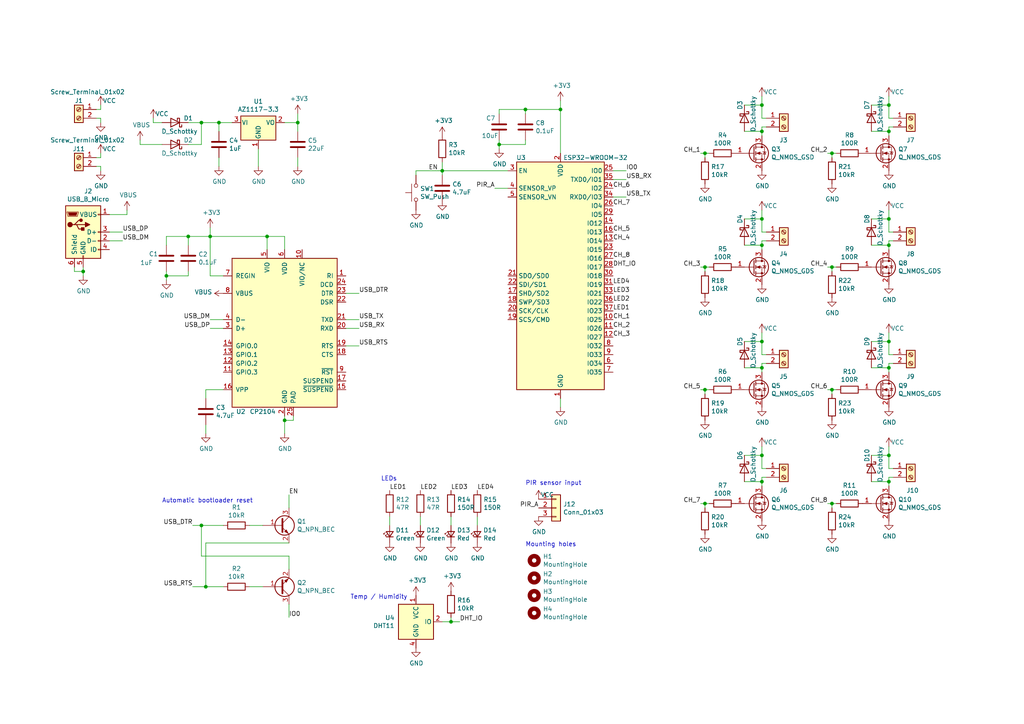
<source format=kicad_sch>
(kicad_sch (version 20230121) (generator eeschema)
  (paper "A4")
  (junction (at 241.3 113.03))
  (junction (at 63.5 35.56))
  (junction (at 54.61 68.58))
  (junction (at 204.47 146.05))
  (junction (at 220.98 38.1))
  (junction (at 220.98 63.5))
  (junction (at 144.78 41.91))
  (junction (at 162.56 31.75))
  (junction (at 128.27 49.53))
  (junction (at 257.81 38.1))
  (junction (at 257.81 139.7))
  (junction (at 48.26 80.01))
  (junction (at 77.47 68.58))
  (junction (at 86.36 35.56))
  (junction (at 58.42 35.56))
  (junction (at 82.55 121.92))
  (junction (at 130.81 180.34))
  (junction (at 204.47 44.45))
  (junction (at 24.13 78.74))
  (junction (at 257.81 30.48))
  (junction (at 220.98 139.7))
  (junction (at 152.4 31.75))
  (junction (at 241.3 44.45))
  (junction (at 257.81 71.12))
  (junction (at 59.69 170.18))
  (junction (at 257.81 132.08))
  (junction (at 220.98 132.08))
  (junction (at 257.81 106.68))
  (junction (at 204.47 77.47))
  (junction (at 220.98 30.48))
  (junction (at 241.3 146.05))
  (junction (at 58.42 152.4))
  (junction (at 220.98 71.12))
  (junction (at 60.96 68.58))
  (junction (at 257.81 99.06))
  (junction (at 204.47 113.03))
  (junction (at 220.98 99.06))
  (junction (at 220.98 106.68))
  (junction (at 241.3 77.47))
  (junction (at 257.81 63.5))
  (wire (pts (xy 181.61 57.15) (xy 177.8 57.15)))
  (wire (pts (xy 220.98 106.68) (xy 220.98 107.95)))
  (wire (pts (xy 72.39 170.18) (xy 76.2 170.18)))
  (wire (pts (xy 257.81 132.08) (xy 257.81 135.89)))
  (wire (pts (xy 24.13 77.47) (xy 24.13 78.74)))
  (wire (pts (xy 215.9 30.48) (xy 220.98 30.48)))
  (wire (pts (xy 128.27 46.99) (xy 128.27 49.53)))
  (wire (pts (xy 48.26 68.58) (xy 54.61 68.58)))
  (wire (pts (xy 257.81 67.31) (xy 259.08 67.31)))
  (wire (pts (xy 138.43 149.86) (xy 138.43 152.4)))
  (wire (pts (xy 259.08 69.85) (xy 257.81 69.85)))
  (wire (pts (xy 241.3 77.47) (xy 242.57 77.47)))
  (wire (pts (xy 257.81 102.87) (xy 259.08 102.87)))
  (wire (pts (xy 44.45 35.56) (xy 46.99 35.56)))
  (wire (pts (xy 83.82 179.07) (xy 83.82 175.26)))
  (wire (pts (xy 128.27 50.8) (xy 128.27 49.53)))
  (wire (pts (xy 215.9 106.68) (xy 220.98 106.68)))
  (wire (pts (xy 24.13 78.74) (xy 21.59 78.74)))
  (wire (pts (xy 241.3 113.03) (xy 242.57 113.03)))
  (wire (pts (xy 48.26 71.12) (xy 48.26 68.58)))
  (wire (pts (xy 220.98 63.5) (xy 220.98 60.96)))
  (wire (pts (xy 59.69 115.57) (xy 59.69 113.03)))
  (wire (pts (xy 252.73 71.12) (xy 257.81 71.12)))
  (wire (pts (xy 133.35 180.34) (xy 130.81 180.34)))
  (wire (pts (xy 77.47 68.58) (xy 77.47 72.39)))
  (wire (pts (xy 72.39 152.4) (xy 76.2 152.4)))
  (wire (pts (xy 220.98 102.87) (xy 222.25 102.87)))
  (wire (pts (xy 128.27 49.53) (xy 147.32 49.53)))
  (wire (pts (xy 257.81 63.5) (xy 257.81 60.96)))
  (wire (pts (xy 60.96 92.71) (xy 64.77 92.71)))
  (wire (pts (xy 203.2 146.05) (xy 204.47 146.05)))
  (wire (pts (xy 215.9 139.7) (xy 220.98 139.7)))
  (wire (pts (xy 220.98 30.48) (xy 220.98 34.29)))
  (wire (pts (xy 29.21 45.72) (xy 29.21 44.45)))
  (wire (pts (xy 82.55 121.92) (xy 85.09 121.92)))
  (wire (pts (xy 203.2 44.45) (xy 204.47 44.45)))
  (wire (pts (xy 181.61 49.53) (xy 177.8 49.53)))
  (wire (pts (xy 77.47 68.58) (xy 82.55 68.58)))
  (wire (pts (xy 204.47 77.47) (xy 205.74 77.47)))
  (wire (pts (xy 203.2 77.47) (xy 204.47 77.47)))
  (wire (pts (xy 252.73 132.08) (xy 257.81 132.08)))
  (wire (pts (xy 83.82 143.51) (xy 83.82 147.32)))
  (wire (pts (xy 220.98 36.83) (xy 220.98 38.1)))
  (wire (pts (xy 220.98 99.06) (xy 220.98 102.87)))
  (wire (pts (xy 220.98 105.41) (xy 220.98 106.68)))
  (wire (pts (xy 59.69 113.03) (xy 64.77 113.03)))
  (wire (pts (xy 60.96 80.01) (xy 60.96 68.58)))
  (wire (pts (xy 220.98 139.7) (xy 220.98 140.97)))
  (wire (pts (xy 54.61 68.58) (xy 60.96 68.58)))
  (wire (pts (xy 130.81 149.86) (xy 130.81 152.4)))
  (wire (pts (xy 257.81 99.06) (xy 257.81 102.87)))
  (wire (pts (xy 83.82 157.48) (xy 59.69 157.48)))
  (wire (pts (xy 29.21 31.75) (xy 27.94 31.75)))
  (wire (pts (xy 35.56 69.85) (xy 31.75 69.85)))
  (wire (pts (xy 241.3 77.47) (xy 241.3 78.74)))
  (wire (pts (xy 74.93 48.26) (xy 74.93 43.18)))
  (wire (pts (xy 257.81 69.85) (xy 257.81 71.12)))
  (wire (pts (xy 257.81 135.89) (xy 259.08 135.89)))
  (wire (pts (xy 48.26 80.01) (xy 54.61 80.01)))
  (wire (pts (xy 257.81 34.29) (xy 259.08 34.29)))
  (wire (pts (xy 63.5 48.26) (xy 63.5 45.72)))
  (wire (pts (xy 257.81 38.1) (xy 257.81 39.37)))
  (wire (pts (xy 252.73 38.1) (xy 257.81 38.1)))
  (wire (pts (xy 257.81 30.48) (xy 257.81 27.94)))
  (wire (pts (xy 86.36 35.56) (xy 82.55 35.56)))
  (wire (pts (xy 240.03 44.45) (xy 241.3 44.45)))
  (wire (pts (xy 220.98 132.08) (xy 220.98 129.54)))
  (wire (pts (xy 220.98 63.5) (xy 220.98 67.31)))
  (wire (pts (xy 58.42 152.4) (xy 64.77 152.4)))
  (wire (pts (xy 144.78 43.18) (xy 144.78 41.91)))
  (wire (pts (xy 82.55 125.73) (xy 82.55 121.92)))
  (wire (pts (xy 55.88 170.18) (xy 59.69 170.18)))
  (wire (pts (xy 31.75 62.23) (xy 36.83 62.23)))
  (wire (pts (xy 222.25 69.85) (xy 220.98 69.85)))
  (wire (pts (xy 204.47 44.45) (xy 205.74 44.45)))
  (wire (pts (xy 220.98 69.85) (xy 220.98 71.12)))
  (wire (pts (xy 60.96 95.25) (xy 64.77 95.25)))
  (wire (pts (xy 222.25 105.41) (xy 220.98 105.41)))
  (wire (pts (xy 259.08 36.83) (xy 257.81 36.83)))
  (wire (pts (xy 215.9 99.06) (xy 220.98 99.06)))
  (wire (pts (xy 54.61 35.56) (xy 58.42 35.56)))
  (wire (pts (xy 252.73 139.7) (xy 257.81 139.7)))
  (wire (pts (xy 240.03 113.03) (xy 241.3 113.03)))
  (wire (pts (xy 252.73 63.5) (xy 257.81 63.5)))
  (wire (pts (xy 152.4 41.91) (xy 152.4 40.64)))
  (wire (pts (xy 86.36 48.26) (xy 86.36 45.72)))
  (wire (pts (xy 144.78 31.75) (xy 152.4 31.75)))
  (wire (pts (xy 85.09 121.92) (xy 85.09 120.65)))
  (wire (pts (xy 220.98 34.29) (xy 222.25 34.29)))
  (wire (pts (xy 82.55 121.92) (xy 82.55 120.65)))
  (wire (pts (xy 241.3 44.45) (xy 242.57 44.45)))
  (wire (pts (xy 162.56 118.11) (xy 162.56 115.57)))
  (wire (pts (xy 24.13 80.01) (xy 24.13 78.74)))
  (wire (pts (xy 204.47 146.05) (xy 204.47 147.32)))
  (wire (pts (xy 55.88 152.4) (xy 58.42 152.4)))
  (wire (pts (xy 58.42 35.56) (xy 63.5 35.56)))
  (wire (pts (xy 82.55 68.58) (xy 82.55 72.39)))
  (wire (pts (xy 220.98 138.43) (xy 220.98 139.7)))
  (wire (pts (xy 130.81 180.34) (xy 130.81 179.07)))
  (wire (pts (xy 59.69 170.18) (xy 64.77 170.18)))
  (wire (pts (xy 257.81 99.06) (xy 257.81 96.52)))
  (wire (pts (xy 259.08 105.41) (xy 257.81 105.41)))
  (wire (pts (xy 220.98 67.31) (xy 222.25 67.31)))
  (wire (pts (xy 204.47 113.03) (xy 205.74 113.03)))
  (wire (pts (xy 257.81 106.68) (xy 257.81 107.95)))
  (wire (pts (xy 58.42 41.91) (xy 54.61 41.91)))
  (wire (pts (xy 222.25 138.43) (xy 220.98 138.43)))
  (wire (pts (xy 252.73 106.68) (xy 257.81 106.68)))
  (wire (pts (xy 241.3 146.05) (xy 242.57 146.05)))
  (wire (pts (xy 181.61 52.07) (xy 177.8 52.07)))
  (wire (pts (xy 48.26 78.74) (xy 48.26 80.01)))
  (wire (pts (xy 31.75 67.31) (xy 35.56 67.31)))
  (wire (pts (xy 29.21 30.48) (xy 29.21 31.75)))
  (wire (pts (xy 215.9 132.08) (xy 220.98 132.08)))
  (wire (pts (xy 104.14 100.33) (xy 100.33 100.33)))
  (wire (pts (xy 143.51 54.61) (xy 147.32 54.61)))
  (wire (pts (xy 257.81 63.5) (xy 257.81 67.31)))
  (wire (pts (xy 63.5 35.56) (xy 67.31 35.56)))
  (wire (pts (xy 83.82 161.29) (xy 58.42 161.29)))
  (wire (pts (xy 252.73 99.06) (xy 257.81 99.06)))
  (wire (pts (xy 252.73 30.48) (xy 257.81 30.48)))
  (wire (pts (xy 215.9 63.5) (xy 220.98 63.5)))
  (wire (pts (xy 128.27 180.34) (xy 130.81 180.34)))
  (wire (pts (xy 204.47 44.45) (xy 204.47 45.72)))
  (wire (pts (xy 203.2 113.03) (xy 204.47 113.03)))
  (wire (pts (xy 36.83 60.96) (xy 36.83 62.23)))
  (wire (pts (xy 54.61 80.01) (xy 54.61 78.74)))
  (wire (pts (xy 204.47 113.03) (xy 204.47 114.3)))
  (wire (pts (xy 86.36 33.02) (xy 86.36 35.56)))
  (wire (pts (xy 257.81 105.41) (xy 257.81 106.68)))
  (wire (pts (xy 220.98 38.1) (xy 220.98 39.37)))
  (wire (pts (xy 240.03 146.05) (xy 241.3 146.05)))
  (wire (pts (xy 58.42 35.56) (xy 58.42 41.91)))
  (wire (pts (xy 215.9 71.12) (xy 220.98 71.12)))
  (wire (pts (xy 44.45 34.29) (xy 44.45 35.56)))
  (wire (pts (xy 144.78 41.91) (xy 152.4 41.91)))
  (wire (pts (xy 241.3 146.05) (xy 241.3 147.32)))
  (wire (pts (xy 104.14 85.09) (xy 100.33 85.09)))
  (wire (pts (xy 121.92 149.86) (xy 121.92 152.4)))
  (wire (pts (xy 220.98 99.06) (xy 220.98 96.52)))
  (wire (pts (xy 60.96 66.04) (xy 60.96 68.58)))
  (wire (pts (xy 27.94 45.72) (xy 29.21 45.72)))
  (wire (pts (xy 241.3 44.45) (xy 241.3 45.72)))
  (wire (pts (xy 83.82 165.1) (xy 83.82 161.29)))
  (wire (pts (xy 257.81 132.08) (xy 257.81 129.54)))
  (wire (pts (xy 204.47 146.05) (xy 205.74 146.05)))
  (wire (pts (xy 257.81 71.12) (xy 257.81 72.39)))
  (wire (pts (xy 257.81 139.7) (xy 257.81 140.97)))
  (wire (pts (xy 257.81 36.83) (xy 257.81 38.1)))
  (wire (pts (xy 104.14 95.25) (xy 100.33 95.25)))
  (wire (pts (xy 60.96 68.58) (xy 77.47 68.58)))
  (wire (pts (xy 162.56 31.75) (xy 152.4 31.75)))
  (wire (pts (xy 40.64 41.91) (xy 46.99 41.91)))
  (wire (pts (xy 120.65 49.53) (xy 120.65 50.8)))
  (wire (pts (xy 220.98 30.48) (xy 220.98 27.94)))
  (wire (pts (xy 58.42 161.29) (xy 58.42 152.4)))
  (wire (pts (xy 59.69 125.73) (xy 59.69 123.19)))
  (wire (pts (xy 60.96 80.01) (xy 64.77 80.01)))
  (wire (pts (xy 29.21 48.26) (xy 29.21 49.53)))
  (wire (pts (xy 27.94 34.29) (xy 29.21 34.29)))
  (wire (pts (xy 220.98 132.08) (xy 220.98 135.89)))
  (wire (pts (xy 144.78 41.91) (xy 144.78 40.64)))
  (wire (pts (xy 21.59 78.74) (xy 21.59 77.47)))
  (wire (pts (xy 241.3 113.03) (xy 241.3 114.3)))
  (wire (pts (xy 240.03 77.47) (xy 241.3 77.47)))
  (wire (pts (xy 29.21 34.29) (xy 29.21 35.56)))
  (wire (pts (xy 222.25 36.83) (xy 220.98 36.83)))
  (wire (pts (xy 59.69 157.48) (xy 59.69 170.18)))
  (wire (pts (xy 257.81 30.48) (xy 257.81 34.29)))
  (wire (pts (xy 144.78 33.02) (xy 144.78 31.75)))
  (wire (pts (xy 259.08 138.43) (xy 257.81 138.43)))
  (wire (pts (xy 86.36 38.1) (xy 86.36 35.56)))
  (wire (pts (xy 152.4 31.75) (xy 152.4 33.02)))
  (wire (pts (xy 48.26 80.01) (xy 48.26 81.28)))
  (wire (pts (xy 40.64 40.64) (xy 40.64 41.91)))
  (wire (pts (xy 257.81 138.43) (xy 257.81 139.7)))
  (wire (pts (xy 63.5 35.56) (xy 63.5 38.1)))
  (wire (pts (xy 120.65 49.53) (xy 128.27 49.53)))
  (wire (pts (xy 27.94 48.26) (xy 29.21 48.26)))
  (wire (pts (xy 162.56 29.21) (xy 162.56 31.75)))
  (wire (pts (xy 100.33 92.71) (xy 104.14 92.71)))
  (wire (pts (xy 162.56 31.75) (xy 162.56 44.45)))
  (wire (pts (xy 204.47 77.47) (xy 204.47 78.74)))
  (wire (pts (xy 113.03 149.86) (xy 113.03 152.4)))
  (wire (pts (xy 220.98 135.89) (xy 222.25 135.89)))
  (wire (pts (xy 220.98 71.12) (xy 220.98 72.39)))
  (wire (pts (xy 54.61 71.12) (xy 54.61 68.58)))
  (wire (pts (xy 215.9 38.1) (xy 220.98 38.1)))
  (text "PIR sensor input" (at 152.4 140.97 0) (effects (font (size 1.27 1.27)) (justify left bottom)))
  (text "Automatic bootloader reset" (at 46.99 146.05 0) (effects (font (size 1.27 1.27)) (justify left bottom)))
  (text "Mounting holes" (at 152.4 158.75 0) (effects (font (size 1.27 1.27)) (justify left bottom)))
  (text "Temp / Humidity" (at 101.6 173.99 0) (effects (font (size 1.27 1.27)) (justify left bottom)))
  (text "LEDs" (at 110.49 139.7 0) (effects (font (size 1.27 1.27)) (justify left bottom)))
  (label "CH_3" (at 177.8 97.79 0))
  (label "USB_TX" (at 104.14 92.71 0))
  (label "LED3" (at 177.8 85.09 0))
  (label "EN" (at 83.82 143.51 0))
  (label "DHT_IO" (at 133.35 180.34 0))
  (label "CH_7" (at 203.2 146.05 180))
  (label "USB_TX" (at 181.61 57.15 0))
  (label "CH_8" (at 177.8 74.93 0))
  (label "USB_RX" (at 104.14 95.25 0))
  (label "CH_2" (at 177.8 95.25 0))
  (label "CH_6" (at 240.03 113.03 180))
  (label "DHT_IO" (at 177.8 77.47 0))
  (label "IO0" (at 181.61 49.53 0))
  (label "PIR_A" (at 156.21 147.32 180))
  (label "USB_DTR" (at 104.14 85.09 0))
  (label "LED4" (at 138.43 142.24 0))
  (label "USB_DP" (at 60.96 95.25 180))
  (label "CH_4" (at 240.03 77.47 180))
  (label "LED1" (at 113.03 142.24 0))
  (label "LED3" (at 130.81 142.24 0))
  (label "EN" (at 127 49.53 180))
  (label "CH_7" (at 177.8 59.69 0))
  (label "CH_2" (at 240.03 44.45 180))
  (label "PIR_A" (at 143.51 54.61 180))
  (label "USB_DM" (at 60.96 92.71 180))
  (label "LED1" (at 177.8 90.17 0))
  (label "CH_5" (at 177.8 67.31 0))
  (label "IO0" (at 83.82 179.07 0))
  (label "USB_DP" (at 35.56 67.31 0))
  (label "USB_DM" (at 35.56 69.85 0))
  (label "CH_4" (at 177.8 69.85 0))
  (label "USB_RTS" (at 104.14 100.33 0))
  (label "USB_RTS" (at 55.88 170.18 180))
  (label "CH_3" (at 203.2 77.47 180))
  (label "CH_1" (at 177.8 92.71 0))
  (label "CH_1" (at 203.2 44.45 180))
  (label "CH_6" (at 177.8 54.61 0))
  (label "CH_5" (at 203.2 113.03 180))
  (label "LED2" (at 177.8 87.63 0))
  (label "USB_RX" (at 181.61 52.07 0))
  (label "LED4" (at 177.8 82.55 0))
  (label "LED2" (at 121.92 142.24 0))
  (label "CH_8" (at 240.03 146.05 180))
  (label "USB_DTR" (at 55.88 152.4 180))
  (symbol (lib_id "RF_Module:ESP32-WROOM-32") (at 162.56 80.01 0) (unit 1)
    (property "Reference" "U3" (at 151.13 45.72 0))
    (property "Value" "ESP32-WROOM-32" (at 172.72 45.72 0))
    (property "Footprint" "RF_Module:ESP32-WROOM-32" (effects hide))
    (property "Datasheet" "https://www.espressif.com/sites/default/files/documentation/esp32-wroom-32_datasheet_en.pdf" (effects hide))
  )
  (symbol (lib_id "Device:Q_NMOS_GSD") (at 218.44 44.45 0) (unit 1)
    (property "Reference" "Q3" (at 223.6724 43.2816 0) (effects (justify left)))
    (property "Value" "Q_NMOS_GSD" (at 223.6724 45.593 0) (effects (justify left)))
    (property "Footprint" "Package_TO_SOT_SMD:SOT-23" (effects hide))
    (property "LCSC#" "C20917" (effects hide))
    (property "MFR" "Alpha & Omega Semico" (effects hide))
    (property "MPN" "AO3400A" (effects hide))
  )
  (symbol (lib_id "Regulator_Linear:AZ1117-3.3") (at 74.93 35.56 0) (unit 1)
    (property "Reference" "U1" (at 74.93 29.4132 0))
    (property "Value" "AZ1117-3.3" (at 74.93 31.7246 0))
    (property "Footprint" "Package_TO_SOT_SMD:SOT-223-3_TabPin2" (effects hide))
    (property "Datasheet" "https://www.diodes.com/assets/Datasheets/AZ1117.pdf" (effects hide))
    (property "LCSC#" "C92102" (effects hide))
    (property "MFR" "Diodes Incorporated" (effects hide))
    (property "MPN" "AZ1117CH-3.3TRG1" (effects hide))
  )
  (symbol (lib_id "Device:C") (at 63.5 41.91 0) (unit 1)
    (property "Reference" "C4" (at 66.421 40.7416 0) (effects (justify left)))
    (property "Value" "1uF" (at 66.421 43.053 0) (effects (justify left)))
    (property "Footprint" "Resistor_SMD:R_0603_1608Metric" (effects hide))
    (property "LCSC#" "C15849" (effects hide))
    (property "MFR" "Samsung Electro-Mechanics" (effects hide))
    (property "MPN" "CL10A105KB8NNNC" (effects hide))
  )
  (symbol (lib_id "Device:D_Schottky") (at 50.8 35.56 180) (unit 1)
    (property "Reference" "D1" (at 54.61 34.29 0))
    (property "Value" "D_Schottky" (at 52.07 38.1 0))
    (property "Footprint" "Diode_SMD:D_SOD-123" (effects hide))
    (property "LCSC#" "C8598" (effects hide))
    (property "MFR" "Changjiang Electronics Tech (CJ)" (effects hide))
    (property "MPN" "B5819W SL" (effects hide))
  )
  (symbol (lib_id "power:GND") (at 29.21 35.56 0) (unit 1)
    (property "Reference" "#PWR0101" (effects hide))
    (property "Value" "GND" (at 29.337 39.9542 0))
  )
  (symbol (lib_id "power:GND") (at 63.5 48.26 0) (unit 1)
    (property "Reference" "#PWR0102" (effects hide))
    (property "Value" "GND" (at 63.627 52.6542 0))
  )
  (symbol (lib_id "power:GND") (at 74.93 48.26 0) (unit 1)
    (property "Reference" "#PWR0103" (effects hide))
    (property "Value" "GND" (at 75.057 52.6542 0))
  )
  (symbol (lib_id "Connector:USB_B_Micro") (at 24.13 67.31 0) (unit 1)
    (property "Reference" "J2" (at 25.5778 55.4482 0))
    (property "Value" "USB_B_Micro" (at 25.5778 57.7596 0))
    (property "Footprint" "Connector_USB:USB_Micro-B_Molex-105017-0001" (effects hide))
  )
  (symbol (lib_id "power:VCC") (at 29.21 30.48 0) (unit 1)
    (property "Reference" "#PWR0104" (effects hide))
    (property "Value" "VCC" (at 31.75 29.21 0))
  )
  (symbol (lib_id "Connector:Screw_Terminal_01x02") (at 22.86 31.75 0) (mirror y) (unit 1)
    (property "Reference" "J1" (at 22.86 29.21 0))
    (property "Value" "Screw_Terminal_01x02" (at 25.4 26.67 0))
    (property "Footprint" "TerminalBlock_Phoenix:TerminalBlock_Phoenix_PT-1,5-2-3.5-H_1x02_P3.50mm_Horizontal" (effects hide))
  )
  (symbol (lib_id "Device:D_Schottky") (at 50.8 41.91 180) (unit 1)
    (property "Reference" "D2" (at 54.61 40.64 0))
    (property "Value" "D_Schottky" (at 52.07 44.45 0))
    (property "Footprint" "Diode_SMD:D_SOD-123" (effects hide))
    (property "LCSC#" "C8598" (effects hide))
    (property "MFR" "Changjiang Electronics Tech (CJ)" (effects hide))
    (property "MPN" "B5819W SL" (effects hide))
  )
  (symbol (lib_id "power:VCC") (at 44.45 34.29 0) (unit 1)
    (property "Reference" "#PWR0105" (effects hide))
    (property "Value" "VCC" (at 46.99 33.02 0))
  )
  (symbol (lib_id "power:VBUS") (at 40.64 40.64 0) (unit 1)
    (property "Reference" "#PWR0106" (effects hide))
    (property "Value" "VBUS" (at 41.021 36.2458 0))
  )
  (symbol (lib_id "power:VBUS") (at 36.83 60.96 0) (unit 1)
    (property "Reference" "#PWR0107" (effects hide))
    (property "Value" "VBUS" (at 37.211 56.5658 0))
  )
  (symbol (lib_id "power:GND") (at 24.13 80.01 0) (unit 1)
    (property "Reference" "#PWR0108" (effects hide))
    (property "Value" "GND" (at 24.257 84.4042 0))
  )
  (symbol (lib_id "Interface_USB:CP2104") (at 82.55 95.25 0) (unit 1)
    (property "Reference" "U2" (at 69.85 119.38 0))
    (property "Value" "CP2104" (at 76.2 119.38 0))
    (property "Footprint" "Package_DFN_QFN:QFN-24-1EP_4x4mm_P0.5mm_EP2.6x2.6mm" (effects hide))
    (property "Datasheet" "https://www.silabs.com/documents/public/data-sheets/cp2104.pdf" (effects hide))
    (property "LCSC#" "C47742" (effects hide))
    (property "MFR" "SILICON LABS" (effects hide))
    (property "MPN" "CP2104-F03-GMR" (effects hide))
  )
  (symbol (lib_id "power:+3V3") (at 86.36 33.02 0) (unit 1)
    (property "Reference" "#PWR0109" (effects hide))
    (property "Value" "+3V3" (at 86.741 28.6258 0))
  )
  (symbol (lib_id "Device:C") (at 86.36 41.91 0) (unit 1)
    (property "Reference" "C5" (at 89.281 40.7416 0) (effects (justify left)))
    (property "Value" "22uF" (at 89.281 43.053 0) (effects (justify left)))
    (property "Footprint" "Resistor_SMD:R_0603_1608Metric" (effects hide))
    (property "LCSC#" "C59461" (effects hide))
    (property "MFR" "Samsung Electro-Mechanics" (effects hide))
    (property "MPN" "CL10A226MQ8NRNC" (effects hide))
  )
  (symbol (lib_id "power:GND") (at 86.36 48.26 0) (unit 1)
    (property "Reference" "#PWR0110" (effects hide))
    (property "Value" "GND" (at 86.487 52.6542 0))
  )
  (symbol (lib_id "power:VBUS") (at 64.77 85.09 90) (unit 1)
    (property "Reference" "#PWR0111" (effects hide))
    (property "Value" "VBUS" (at 61.5442 84.709 90) (effects (justify left)))
  )
  (symbol (lib_id "power:+3V3") (at 60.96 66.04 0) (unit 1)
    (property "Reference" "#PWR0112" (effects hide))
    (property "Value" "+3V3" (at 61.341 61.6458 0))
  )
  (symbol (lib_id "Device:C") (at 54.61 74.93 0) (unit 1)
    (property "Reference" "C2" (at 57.531 73.7616 0) (effects (justify left)))
    (property "Value" "0.1uF" (at 57.531 76.073 0) (effects (justify left)))
    (property "Footprint" "Resistor_SMD:R_0402_1005Metric" (effects hide))
    (property "LCSC#" "C1525" (effects hide))
    (property "MFR" "Samsung Electro-Mechanics" (effects hide))
    (property "MPN" "CL05B104KO5NNNC" (effects hide))
  )
  (symbol (lib_id "Device:C") (at 48.26 74.93 0) (unit 1)
    (property "Reference" "C1" (at 43.18 73.66 0) (effects (justify left)))
    (property "Value" "1uF" (at 40.64 76.2 0) (effects (justify left)))
    (property "Footprint" "Resistor_SMD:R_0402_1005Metric" (effects hide))
    (property "LCSC#" "C52923" (effects hide))
    (property "MFR" "Samsung Electro-Mechanics" (effects hide))
    (property "MPN" "CL05A105KA5NQNC" (effects hide))
  )
  (symbol (lib_id "power:GND") (at 48.26 81.28 0) (unit 1)
    (property "Reference" "#PWR0113" (effects hide))
    (property "Value" "GND" (at 48.387 85.6742 0))
  )
  (symbol (lib_id "Device:C") (at 59.69 119.38 0) (unit 1)
    (property "Reference" "C3" (at 62.611 118.2116 0) (effects (justify left)))
    (property "Value" "4.7uF" (at 62.611 120.523 0) (effects (justify left)))
    (property "Footprint" "Resistor_SMD:R_0603_1608Metric" (effects hide))
    (property "LCSC#" "C19666" (effects hide))
    (property "MFR" "Samsung Electro-Mechanics" (effects hide))
    (property "MPN" "CL10A475KO8NNNC" (effects hide))
  )
  (symbol (lib_id "power:GND") (at 59.69 125.73 0) (unit 1)
    (property "Reference" "#PWR0114" (effects hide))
    (property "Value" "GND" (at 59.817 130.1242 0))
  )
  (symbol (lib_id "power:GND") (at 82.55 125.73 0) (unit 1)
    (property "Reference" "#PWR0115" (effects hide))
    (property "Value" "GND" (at 82.677 130.1242 0))
  )
  (symbol (lib_id "Device:Q_NPN_BEC") (at 81.28 152.4 0) (unit 1)
    (property "Reference" "Q1" (at 86.1314 151.2316 0) (effects (justify left)))
    (property "Value" "Q_NPN_BEC" (at 86.1314 153.543 0) (effects (justify left)))
    (property "Footprint" "Package_TO_SOT_SMD:SOT-23" (effects hide))
    (property "LCSC#" "C2150" (effects hide))
    (property "MFR" "Changjiang Electronics Tech (CJ)" (effects hide))
    (property "MPN" "SS8050" (effects hide))
  )
  (symbol (lib_id "Device:Q_NPN_BEC") (at 81.28 170.18 0) (mirror x) (unit 1)
    (property "Reference" "Q2" (at 86.1314 169.0116 0) (effects (justify left)))
    (property "Value" "Q_NPN_BEC" (at 86.1314 171.323 0) (effects (justify left)))
    (property "Footprint" "Package_TO_SOT_SMD:SOT-23" (effects hide))
    (property "LCSC#" "C2150" (effects hide))
    (property "MFR" "Changjiang Electronics Tech (CJ)" (effects hide))
    (property "MPN" "SS8050" (effects hide))
  )
  (symbol (lib_id "Device:R") (at 68.58 152.4 270) (unit 1)
    (property "Reference" "R1" (at 68.58 147.1422 90))
    (property "Value" "10kR" (at 68.58 149.4536 90))
    (property "Footprint" "Resistor_SMD:R_0402_1005Metric" (effects hide))
    (property "LCSC#" "C25744" (effects hide))
    (property "MFR" "UNI-ROYAL(Uniroyal Elec)" (effects hide))
    (property "MPN" "0402WGF1002TCE" (effects hide))
  )
  (symbol (lib_id "Device:R") (at 68.58 170.18 270) (unit 1)
    (property "Reference" "R2" (at 68.58 164.9222 90))
    (property "Value" "10kR" (at 68.58 167.2336 90))
    (property "Footprint" "Resistor_SMD:R_0402_1005Metric" (effects hide))
    (property "LCSC#" "C25744" (effects hide))
    (property "MFR" "UNI-ROYAL(Uniroyal Elec)" (effects hide))
    (property "MPN" "0402WGF1002TCE" (effects hide))
  )
  (symbol (lib_id "power:+3V3") (at 162.56 29.21 0) (unit 1)
    (property "Reference" "#PWR0116" (effects hide))
    (property "Value" "+3V3" (at 162.941 24.8158 0))
  )
  (symbol (lib_id "Device:C") (at 152.4 36.83 0) (unit 1)
    (property "Reference" "C8" (at 155.321 35.6616 0) (effects (justify left)))
    (property "Value" "0.1uF" (at 155.321 37.973 0) (effects (justify left)))
    (property "Footprint" "Resistor_SMD:R_0402_1005Metric" (effects hide))
    (property "LCSC#" "C1525" (effects hide))
    (property "MFR" "Samsung Electro-Mechanics" (effects hide))
    (property "MPN" "CL05B104KO5NNNC" (effects hide))
  )
  (symbol (lib_id "Device:C") (at 144.78 36.83 0) (unit 1)
    (property "Reference" "C7" (at 140.97 34.29 0) (effects (justify left)))
    (property "Value" "10uF" (at 139.7 39.37 0) (effects (justify left)))
    (property "Footprint" "Resistor_SMD:R_0402_1005Metric" (effects hide))
    (property "LCSC#" "C15525" (effects hide))
    (property "MFR" "Samsung Electro-Mechanics" (effects hide))
    (property "MPN" "CL05A106MQ5NUNC" (effects hide))
  )
  (symbol (lib_id "power:GND") (at 144.78 43.18 0) (unit 1)
    (property "Reference" "#PWR0117" (effects hide))
    (property "Value" "GND" (at 144.907 47.5742 0))
  )
  (symbol (lib_id "Device:C") (at 128.27 54.61 0) (unit 1)
    (property "Reference" "C6" (at 131.191 53.4416 0) (effects (justify left)))
    (property "Value" "4.7uF" (at 131.191 55.753 0) (effects (justify left)))
    (property "Footprint" "Resistor_SMD:R_0402_1005Metric" (effects hide))
    (property "LCSC#" "C23733" (effects hide))
    (property "MFR" "Samsung Electro-Mechanics" (effects hide))
    (property "MPN" "CL05A475MP5NRNC" (effects hide))
  )
  (symbol (lib_id "power:GND") (at 128.27 58.42 0) (unit 1)
    (property "Reference" "#PWR0118" (effects hide))
    (property "Value" "GND" (at 128.397 62.8142 0))
  )
  (symbol (lib_id "Device:R") (at 128.27 43.18 180) (unit 1)
    (property "Reference" "R3" (at 130.048 42.0116 0) (effects (justify right)))
    (property "Value" "10kR" (at 130.048 44.323 0) (effects (justify right)))
    (property "Footprint" "Resistor_SMD:R_0402_1005Metric" (effects hide))
    (property "LCSC#" "C25744" (effects hide))
    (property "MFR" "UNI-ROYAL(Uniroyal Elec)" (effects hide))
    (property "MPN" "0402WGF1002TCE" (effects hide))
  )
  (symbol (lib_id "power:+3V3") (at 128.27 39.37 0) (unit 1)
    (property "Reference" "#PWR0119" (effects hide))
    (property "Value" "+3V3" (at 128.651 34.9758 0))
  )
  (symbol (lib_id "Switch:SW_Push") (at 120.65 55.88 90) (unit 1)
    (property "Reference" "SW1" (at 121.8692 54.7116 90) (effects (justify right)))
    (property "Value" "SW_Push" (at 121.8692 57.023 90) (effects (justify right)))
    (property "Footprint" "footprints:TS-1187A" (effects hide))
    (property "LCSC#" "C318888" (effects hide))
    (property "MFR" "XKB Connectivity" (effects hide))
    (property "MPN" "TS-1187A-C-D-B" (effects hide))
  )
  (symbol (lib_id "power:GND") (at 120.65 60.96 0) (unit 1)
    (property "Reference" "#PWR0120" (effects hide))
    (property "Value" "GND" (at 120.777 65.3542 0))
  )
  (symbol (lib_id "power:GND") (at 162.56 118.11 0) (unit 1)
    (property "Reference" "#PWR0121" (effects hide))
    (property "Value" "GND" (at 162.687 122.5042 0))
  )
  (symbol (lib_id "Device:R") (at 209.55 44.45 270) (unit 1)
    (property "Reference" "R4" (at 209.55 39.1922 90))
    (property "Value" "100R" (at 209.55 41.5036 90))
    (property "Footprint" "Resistor_SMD:R_0402_1005Metric" (effects hide))
    (property "LCSC#" "C25076" (effects hide))
    (property "MFR" "UNI-ROYAL(Uniroyal Elec)" (effects hide))
    (property "MPN" "0402WGF1000TCE" (effects hide))
  )
  (symbol (lib_id "power:GND") (at 220.98 49.53 0) (unit 1)
    (property "Reference" "#PWR0122" (effects hide))
    (property "Value" "GND" (at 221.107 53.9242 0))
  )
  (symbol (lib_id "Connector:Screw_Terminal_01x02") (at 227.33 34.29 0) (unit 1)
    (property "Reference" "J3" (at 226.06 40.64 0) (effects (justify left)))
    (property "Value" "Screw_Terminal_01x02" (effects hide))
    (property "Footprint" "TerminalBlock_Phoenix:TerminalBlock_Phoenix_PT-1,5-2-3.5-H_1x02_P3.50mm_Horizontal" (effects hide))
  )
  (symbol (lib_id "power:VCC") (at 220.98 27.94 0) (unit 1)
    (property "Reference" "#PWR0123" (effects hide))
    (property "Value" "VCC" (at 223.52 26.67 0))
  )
  (symbol (lib_id "Device:D_Schottky") (at 215.9 34.29 270) (unit 1)
    (property "Reference" "D3" (at 214.63 30.48 0))
    (property "Value" "D_Schottky" (at 218.44 33.02 0))
    (property "Footprint" "Diode_SMD:D_SOD-123" (effects hide))
    (property "LCSC#" "C8598" (effects hide))
    (property "MFR" "Changjiang Electronics Tech (CJ)" (effects hide))
    (property "MPN" "B5819W SL" (effects hide))
  )
  (symbol (lib_id "Device:Q_NMOS_GSD") (at 255.27 44.45 0) (unit 1)
    (property "Reference" "Q7" (at 260.5024 43.2816 0) (effects (justify left)))
    (property "Value" "Q_NMOS_GDS" (at 260.5024 45.593 0) (effects (justify left)))
    (property "Footprint" "Package_TO_SOT_SMD:SOT-23" (effects hide))
    (property "LCSC#" "C20917" (effects hide))
    (property "MFR" "Alpha & Omega Semico" (effects hide))
    (property "MPN" "AO3400A" (effects hide))
  )
  (symbol (lib_id "Device:R") (at 246.38 44.45 270) (unit 1)
    (property "Reference" "R8" (at 246.38 39.1922 90))
    (property "Value" "100R" (at 246.38 41.5036 90))
    (property "Footprint" "Resistor_SMD:R_0402_1005Metric" (effects hide))
    (property "LCSC#" "C25076" (effects hide))
    (property "MFR" "UNI-ROYAL(Uniroyal Elec)" (effects hide))
    (property "MPN" "0402WGF1000TCE" (effects hide))
  )
  (symbol (lib_id "power:GND") (at 257.81 49.53 0) (unit 1)
    (property "Reference" "#PWR0124" (effects hide))
    (property "Value" "GND" (at 257.937 53.9242 0))
  )
  (symbol (lib_id "Connector:Screw_Terminal_01x02") (at 264.16 34.29 0) (unit 1)
    (property "Reference" "J7" (at 262.89 40.64 0) (effects (justify left)))
    (property "Value" "Screw_Terminal_01x02" (effects hide))
    (property "Footprint" "TerminalBlock_Phoenix:TerminalBlock_Phoenix_PT-1,5-2-3.5-H_1x02_P3.50mm_Horizontal" (effects hide))
  )
  (symbol (lib_id "power:VCC") (at 257.81 27.94 0) (unit 1)
    (property "Reference" "#PWR0125" (effects hide))
    (property "Value" "VCC" (at 260.35 26.67 0))
  )
  (symbol (lib_id "Device:Q_NMOS_GSD") (at 218.44 77.47 0) (unit 1)
    (property "Reference" "Q4" (at 223.6724 76.3016 0) (effects (justify left)))
    (property "Value" "Q_NMOS_GDS" (at 223.6724 78.613 0) (effects (justify left)))
    (property "Footprint" "Package_TO_SOT_SMD:SOT-23" (effects hide))
    (property "LCSC#" "C20917" (effects hide))
    (property "MFR" "Alpha & Omega Semico" (effects hide))
    (property "MPN" "AO3400A" (effects hide))
  )
  (symbol (lib_id "Device:R") (at 209.55 77.47 270) (unit 1)
    (property "Reference" "R5" (at 209.55 72.2122 90))
    (property "Value" "100R" (at 209.55 74.5236 90))
    (property "Footprint" "Resistor_SMD:R_0402_1005Metric" (effects hide))
    (property "LCSC#" "C25076" (effects hide))
    (property "MFR" "UNI-ROYAL(Uniroyal Elec)" (effects hide))
    (property "MPN" "0402WGF1000TCE" (effects hide))
  )
  (symbol (lib_id "power:GND") (at 220.98 82.55 0) (unit 1)
    (property "Reference" "#PWR0126" (effects hide))
    (property "Value" "GND" (at 221.107 86.9442 0))
  )
  (symbol (lib_id "Connector:Screw_Terminal_01x02") (at 227.33 67.31 0) (unit 1)
    (property "Reference" "J4" (at 226.06 73.66 0) (effects (justify left)))
    (property "Value" "Screw_Terminal_01x02" (effects hide))
    (property "Footprint" "TerminalBlock_Phoenix:TerminalBlock_Phoenix_PT-1,5-2-3.5-H_1x02_P3.50mm_Horizontal" (effects hide))
  )
  (symbol (lib_id "power:VCC") (at 220.98 60.96 0) (unit 1)
    (property "Reference" "#PWR0127" (effects hide))
    (property "Value" "VCC" (at 223.52 59.69 0))
  )
  (symbol (lib_id "Device:Q_NMOS_GSD") (at 255.27 77.47 0) (unit 1)
    (property "Reference" "Q8" (at 260.5024 76.3016 0) (effects (justify left)))
    (property "Value" "Q_NMOS_GDS" (at 260.5024 78.613 0) (effects (justify left)))
    (property "Footprint" "Package_TO_SOT_SMD:SOT-23" (effects hide))
    (property "LCSC#" "C20917" (effects hide))
    (property "MFR" "Alpha & Omega Semico" (effects hide))
    (property "MPN" "AO3400A" (effects hide))
  )
  (symbol (lib_id "Device:R") (at 246.38 77.47 270) (unit 1)
    (property "Reference" "R9" (at 246.38 72.2122 90))
    (property "Value" "100R" (at 246.38 74.5236 90))
    (property "Footprint" "Resistor_SMD:R_0402_1005Metric" (effects hide))
    (property "LCSC#" "C25076" (effects hide))
    (property "MFR" "UNI-ROYAL(Uniroyal Elec)" (effects hide))
    (property "MPN" "0402WGF1000TCE" (effects hide))
  )
  (symbol (lib_id "power:GND") (at 257.81 82.55 0) (unit 1)
    (property "Reference" "#PWR0128" (effects hide))
    (property "Value" "GND" (at 257.937 86.9442 0))
  )
  (symbol (lib_id "Connector:Screw_Terminal_01x02") (at 264.16 67.31 0) (unit 1)
    (property "Reference" "J8" (at 262.89 73.66 0) (effects (justify left)))
    (property "Value" "Screw_Terminal_01x02" (effects hide))
    (property "Footprint" "TerminalBlock_Phoenix:TerminalBlock_Phoenix_PT-1,5-2-3.5-H_1x02_P3.50mm_Horizontal" (effects hide))
  )
  (symbol (lib_id "power:VCC") (at 257.81 60.96 0) (unit 1)
    (property "Reference" "#PWR0129" (effects hide))
    (property "Value" "VCC" (at 260.35 59.69 0))
  )
  (symbol (lib_id "Device:Q_NMOS_GSD") (at 218.44 113.03 0) (unit 1)
    (property "Reference" "Q5" (at 223.6724 111.8616 0) (effects (justify left)))
    (property "Value" "Q_NMOS_GDS" (at 223.6724 114.173 0) (effects (justify left)))
    (property "Footprint" "Package_TO_SOT_SMD:SOT-23" (effects hide))
    (property "LCSC#" "C20917" (effects hide))
    (property "MFR" "Alpha & Omega Semico" (effects hide))
    (property "MPN" "AO3400A" (effects hide))
  )
  (symbol (lib_id "Device:R") (at 209.55 113.03 270) (unit 1)
    (property "Reference" "R6" (at 209.55 107.7722 90))
    (property "Value" "100R" (at 209.55 110.0836 90))
    (property "Footprint" "Resistor_SMD:R_0402_1005Metric" (effects hide))
    (property "LCSC#" "C25076" (effects hide))
    (property "MFR" "UNI-ROYAL(Uniroyal Elec)" (effects hide))
    (property "MPN" "0402WGF1000TCE" (effects hide))
  )
  (symbol (lib_id "power:GND") (at 220.98 118.11 0) (unit 1)
    (property "Reference" "#PWR0130" (effects hide))
    (property "Value" "GND" (at 221.107 122.5042 0))
  )
  (symbol (lib_id "Connector:Screw_Terminal_01x02") (at 227.33 102.87 0) (unit 1)
    (property "Reference" "J5" (at 226.06 109.22 0) (effects (justify left)))
    (property "Value" "Screw_Terminal_01x02" (effects hide))
    (property "Footprint" "TerminalBlock_Phoenix:TerminalBlock_Phoenix_PT-1,5-2-3.5-H_1x02_P3.50mm_Horizontal" (effects hide))
  )
  (symbol (lib_id "power:VCC") (at 220.98 96.52 0) (unit 1)
    (property "Reference" "#PWR0131" (effects hide))
    (property "Value" "VCC" (at 223.52 95.25 0))
  )
  (symbol (lib_id "Device:Q_NMOS_GSD") (at 255.27 113.03 0) (unit 1)
    (property "Reference" "Q9" (at 260.5024 111.8616 0) (effects (justify left)))
    (property "Value" "Q_NMOS_GDS" (at 260.5024 114.173 0) (effects (justify left)))
    (property "Footprint" "Package_TO_SOT_SMD:SOT-23" (effects hide))
    (property "LCSC#" "C20917" (effects hide))
    (property "MFR" "Alpha & Omega Semico" (effects hide))
    (property "MPN" "AO3400A" (effects hide))
  )
  (symbol (lib_id "Device:R") (at 246.38 113.03 270) (unit 1)
    (property "Reference" "R10" (at 246.38 107.7722 90))
    (property "Value" "100R" (at 246.38 110.0836 90))
    (property "Footprint" "Resistor_SMD:R_0402_1005Metric" (effects hide))
    (property "LCSC#" "C25076" (effects hide))
    (property "MFR" "UNI-ROYAL(Uniroyal Elec)" (effects hide))
    (property "MPN" "0402WGF1000TCE" (effects hide))
  )
  (symbol (lib_id "power:GND") (at 257.81 118.11 0) (unit 1)
    (property "Reference" "#PWR0132" (effects hide))
    (property "Value" "GND" (at 257.937 122.5042 0))
  )
  (symbol (lib_id "Connector:Screw_Terminal_01x02") (at 264.16 102.87 0) (unit 1)
    (property "Reference" "J9" (at 262.89 109.22 0) (effects (justify left)))
    (property "Value" "Screw_Terminal_01x02" (effects hide))
    (property "Footprint" "TerminalBlock_Phoenix:TerminalBlock_Phoenix_PT-1,5-2-3.5-H_1x02_P3.50mm_Horizontal" (effects hide))
  )
  (symbol (lib_id "power:VCC") (at 257.81 96.52 0) (unit 1)
    (property "Reference" "#PWR0133" (effects hide))
    (property "Value" "VCC" (at 260.35 95.25 0))
  )
  (symbol (lib_id "Device:Q_NMOS_GSD") (at 218.44 146.05 0) (unit 1)
    (property "Reference" "Q6" (at 223.6724 144.8816 0) (effects (justify left)))
    (property "Value" "Q_NMOS_GDS" (at 223.6724 147.193 0) (effects (justify left)))
    (property "Footprint" "Package_TO_SOT_SMD:SOT-23" (effects hide))
    (property "LCSC#" "C20917" (effects hide))
    (property "MFR" "Alpha & Omega Semico" (effects hide))
    (property "MPN" "AO3400A" (effects hide))
  )
  (symbol (lib_id "Device:R") (at 209.55 146.05 270) (unit 1)
    (property "Reference" "R7" (at 209.55 140.7922 90))
    (property "Value" "100R" (at 209.55 143.1036 90))
    (property "Footprint" "Resistor_SMD:R_0402_1005Metric" (effects hide))
    (property "LCSC#" "C25076" (effects hide))
    (property "MFR" "UNI-ROYAL(Uniroyal Elec)" (effects hide))
    (property "MPN" "0402WGF1000TCE" (effects hide))
  )
  (symbol (lib_id "power:GND") (at 220.98 151.13 0) (unit 1)
    (property "Reference" "#PWR0134" (effects hide))
    (property "Value" "GND" (at 221.107 155.5242 0))
  )
  (symbol (lib_id "Connector:Screw_Terminal_01x02") (at 227.33 135.89 0) (unit 1)
    (property "Reference" "J6" (at 226.06 142.24 0) (effects (justify left)))
    (property "Value" "Screw_Terminal_01x02" (effects hide))
    (property "Footprint" "TerminalBlock_Phoenix:TerminalBlock_Phoenix_PT-1,5-2-3.5-H_1x02_P3.50mm_Horizontal" (effects hide))
  )
  (symbol (lib_id "power:VCC") (at 220.98 129.54 0) (unit 1)
    (property "Reference" "#PWR0135" (effects hide))
    (property "Value" "VCC" (at 223.52 128.27 0))
  )
  (symbol (lib_id "Device:Q_NMOS_GSD") (at 255.27 146.05 0) (unit 1)
    (property "Reference" "Q10" (at 260.5024 144.8816 0) (effects (justify left)))
    (property "Value" "Q_NMOS_GDS" (at 260.5024 147.193 0) (effects (justify left)))
    (property "Footprint" "Package_TO_SOT_SMD:SOT-23" (effects hide))
    (property "LCSC#" "C20917" (effects hide))
    (property "MFR" "Alpha & Omega Semico" (effects hide))
    (property "MPN" "AO3400A" (effects hide))
  )
  (symbol (lib_id "Device:R") (at 246.38 146.05 270) (unit 1)
    (property "Reference" "R11" (at 246.38 140.7922 90))
    (property "Value" "100R" (at 246.38 143.1036 90))
    (property "Footprint" "Resistor_SMD:R_0402_1005Metric" (effects hide))
    (property "LCSC#" "C25076" (effects hide))
    (property "MFR" "UNI-ROYAL(Uniroyal Elec)" (effects hide))
    (property "MPN" "0402WGF1000TCE" (effects hide))
  )
  (symbol (lib_id "power:GND") (at 257.81 151.13 0) (unit 1)
    (property "Reference" "#PWR0136" (effects hide))
    (property "Value" "GND" (at 257.937 155.5242 0))
  )
  (symbol (lib_id "Connector:Screw_Terminal_01x02") (at 264.16 135.89 0) (unit 1)
    (property "Reference" "J10" (at 262.89 142.24 0) (effects (justify left)))
    (property "Value" "Screw_Terminal_01x02" (effects hide))
    (property "Footprint" "TerminalBlock_Phoenix:TerminalBlock_Phoenix_PT-1,5-2-3.5-H_1x02_P3.50mm_Horizontal" (effects hide))
  )
  (symbol (lib_id "power:VCC") (at 257.81 129.54 0) (unit 1)
    (property "Reference" "#PWR0137" (effects hide))
    (property "Value" "VCC" (at 260.35 128.27 0))
  )
  (symbol (lib_id "Device:D_Schottky") (at 252.73 34.29 270) (unit 1)
    (property "Reference" "D7" (at 251.46 30.48 0))
    (property "Value" "D_Schottky" (at 255.27 33.02 0))
    (property "Footprint" "Diode_SMD:D_SOD-123" (effects hide))
    (property "LCSC#" "C8598" (effects hide))
    (property "MFR" "Changjiang Electronics Tech (CJ)" (effects hide))
    (property "MPN" "B5819W SL" (effects hide))
  )
  (symbol (lib_id "Device:D_Schottky") (at 215.9 67.31 270) (unit 1)
    (property "Reference" "D4" (at 214.63 63.5 0))
    (property "Value" "D_Schottky" (at 218.44 66.04 0))
    (property "Footprint" "Diode_SMD:D_SOD-123" (effects hide))
    (property "LCSC#" "C8598" (effects hide))
    (property "MFR" "Changjiang Electronics Tech (CJ)" (effects hide))
    (property "MPN" "B5819W SL" (effects hide))
  )
  (symbol (lib_id "Device:D_Schottky") (at 252.73 67.31 270) (unit 1)
    (property "Reference" "D8" (at 251.46 63.5 0))
    (property "Value" "D_Schottky" (at 255.27 66.04 0))
    (property "Footprint" "Diode_SMD:D_SOD-123" (effects hide))
    (property "LCSC#" "C8598" (effects hide))
    (property "MFR" "Changjiang Electronics Tech (CJ)" (effects hide))
    (property "MPN" "B5819W SL" (effects hide))
  )
  (symbol (lib_id "Device:D_Schottky") (at 215.9 102.87 270) (unit 1)
    (property "Reference" "D5" (at 214.63 99.06 0))
    (property "Value" "D_Schottky" (at 218.44 101.6 0))
    (property "Footprint" "Diode_SMD:D_SOD-123" (effects hide))
    (property "LCSC#" "C8598" (effects hide))
    (property "MFR" "Changjiang Electronics Tech (CJ)" (effects hide))
    (property "MPN" "B5819W SL" (effects hide))
  )
  (symbol (lib_id "Device:D_Schottky") (at 252.73 102.87 270) (unit 1)
    (property "Reference" "D9" (at 251.46 99.06 0))
    (property "Value" "D_Schottky" (at 255.27 101.6 0))
    (property "Footprint" "Diode_SMD:D_SOD-123" (effects hide))
    (property "LCSC#" "C8598" (effects hide))
    (property "MFR" "Changjiang Electronics Tech (CJ)" (effects hide))
    (property "MPN" "B5819W SL" (effects hide))
  )
  (symbol (lib_id "Device:D_Schottky") (at 252.73 135.89 270) (unit 1)
    (property "Reference" "D10" (at 251.46 132.08 0))
    (property "Value" "D_Schottky" (at 255.27 134.62 0))
    (property "Footprint" "Diode_SMD:D_SOD-123" (effects hide))
    (property "LCSC#" "C8598" (effects hide))
    (property "MFR" "Changjiang Electronics Tech (CJ)" (effects hide))
    (property "MPN" "B5819W SL" (effects hide))
  )
  (symbol (lib_id "Device:D_Schottky") (at 215.9 135.89 270) (unit 1)
    (property "Reference" "D6" (at 214.63 132.08 0))
    (property "Value" "D_Schottky" (at 218.44 134.62 0))
    (property "Footprint" "Diode_SMD:D_SOD-123" (effects hide))
    (property "LCSC#" "C8598" (effects hide))
    (property "MFR" "Changjiang Electronics Tech (CJ)" (effects hide))
    (property "MPN" "B5819W SL" (effects hide))
  )
  (symbol (lib_id "Device:R") (at 204.47 49.53 180) (unit 1)
    (property "Reference" "R17" (at 206.248 48.3616 0) (effects (justify right)))
    (property "Value" "10kR" (at 206.248 50.673 0) (effects (justify right)))
    (property "Footprint" "Resistor_SMD:R_0402_1005Metric" (effects hide))
    (property "LCSC#" "C25744" (effects hide))
    (property "MFR" "UNI-ROYAL(Uniroyal Elec)" (effects hide))
    (property "MPN" "0402WGF1002TCE" (effects hide))
  )
  (symbol (lib_id "power:GND") (at 204.47 53.34 0) (unit 1)
    (property "Reference" "#PWR05" (effects hide))
    (property "Value" "GND" (at 204.597 57.7342 0))
  )
  (symbol (lib_id "Device:R") (at 241.3 49.53 180) (unit 1)
    (property "Reference" "R21" (at 243.078 48.3616 0) (effects (justify right)))
    (property "Value" "10kR" (at 243.078 50.673 0) (effects (justify right)))
    (property "Footprint" "Resistor_SMD:R_0402_1005Metric" (effects hide))
    (property "LCSC#" "C25744" (effects hide))
    (property "MFR" "UNI-ROYAL(Uniroyal Elec)" (effects hide))
    (property "MPN" "0402WGF1002TCE" (effects hide))
  )
  (symbol (lib_id "power:GND") (at 241.3 53.34 0) (unit 1)
    (property "Reference" "#PWR09" (effects hide))
    (property "Value" "GND" (at 241.427 57.7342 0))
  )
  (symbol (lib_id "Device:R") (at 204.47 82.55 180) (unit 1)
    (property "Reference" "R18" (at 206.248 81.3816 0) (effects (justify right)))
    (property "Value" "10kR" (at 206.248 83.693 0) (effects (justify right)))
    (property "Footprint" "Resistor_SMD:R_0402_1005Metric" (effects hide))
    (property "LCSC#" "C25744" (effects hide))
    (property "MFR" "UNI-ROYAL(Uniroyal Elec)" (effects hide))
    (property "MPN" "0402WGF1002TCE" (effects hide))
  )
  (symbol (lib_id "power:GND") (at 204.47 86.36 0) (unit 1)
    (property "Reference" "#PWR06" (effects hide))
    (property "Value" "GND" (at 204.597 90.7542 0))
  )
  (symbol (lib_id "Device:R") (at 241.3 82.55 180) (unit 1)
    (property "Reference" "R22" (at 243.078 81.3816 0) (effects (justify right)))
    (property "Value" "10kR" (at 243.078 83.693 0) (effects (justify right)))
    (property "Footprint" "Resistor_SMD:R_0402_1005Metric" (effects hide))
    (property "LCSC#" "C25744" (effects hide))
    (property "MFR" "UNI-ROYAL(Uniroyal Elec)" (effects hide))
    (property "MPN" "0402WGF1002TCE" (effects hide))
  )
  (symbol (lib_id "power:GND") (at 241.3 86.36 0) (unit 1)
    (property "Reference" "#PWR010" (effects hide))
    (property "Value" "GND" (at 241.427 90.7542 0))
  )
  (symbol (lib_id "Device:R") (at 204.47 118.11 180) (unit 1)
    (property "Reference" "R19" (at 206.248 116.9416 0) (effects (justify right)))
    (property "Value" "10kR" (at 206.248 119.253 0) (effects (justify right)))
    (property "Footprint" "Resistor_SMD:R_0402_1005Metric" (effects hide))
    (property "LCSC#" "C25744" (effects hide))
    (property "MFR" "UNI-ROYAL(Uniroyal Elec)" (effects hide))
    (property "MPN" "0402WGF1002TCE" (effects hide))
  )
  (symbol (lib_id "power:GND") (at 204.47 121.92 0) (unit 1)
    (property "Reference" "#PWR07" (effects hide))
    (property "Value" "GND" (at 204.597 126.3142 0))
  )
  (symbol (lib_id "Device:R") (at 241.3 118.11 180) (unit 1)
    (property "Reference" "R23" (at 243.078 116.9416 0) (effects (justify right)))
    (property "Value" "10kR" (at 243.078 119.253 0) (effects (justify right)))
    (property "Footprint" "Resistor_SMD:R_0402_1005Metric" (effects hide))
    (property "LCSC#" "C25744" (effects hide))
    (property "MFR" "UNI-ROYAL(Uniroyal Elec)" (effects hide))
    (property "MPN" "0402WGF1002TCE" (effects hide))
  )
  (symbol (lib_id "power:GND") (at 241.3 121.92 0) (unit 1)
    (property "Reference" "#PWR011" (effects hide))
    (property "Value" "GND" (at 241.427 126.3142 0))
  )
  (symbol (lib_id "Device:R") (at 204.47 151.13 180) (unit 1)
    (property "Reference" "R20" (at 206.248 149.9616 0) (effects (justify right)))
    (property "Value" "10kR" (at 206.248 152.273 0) (effects (justify right)))
    (property "Footprint" "Resistor_SMD:R_0402_1005Metric" (effects hide))
    (property "LCSC#" "C25744" (effects hide))
    (property "MFR" "UNI-ROYAL(Uniroyal Elec)" (effects hide))
    (property "MPN" "0402WGF1002TCE" (effects hide))
  )
  (symbol (lib_id "power:GND") (at 204.47 154.94 0) (unit 1)
    (property "Reference" "#PWR08" (effects hide))
    (property "Value" "GND" (at 204.597 159.3342 0))
  )
  (symbol (lib_id "Device:R") (at 241.3 151.13 180) (unit 1)
    (property "Reference" "R24" (at 243.078 149.9616 0) (effects (justify right)))
    (property "Value" "10kR" (at 243.078 152.273 0) (effects (justify right)))
    (property "Footprint" "Resistor_SMD:R_0402_1005Metric" (effects hide))
    (property "LCSC#" "C25744" (effects hide))
    (property "MFR" "UNI-ROYAL(Uniroyal Elec)" (effects hide))
    (property "MPN" "0402WGF1002TCE" (effects hide))
  )
  (symbol (lib_id "power:GND") (at 241.3 154.94 0) (unit 1)
    (property "Reference" "#PWR012" (effects hide))
    (property "Value" "GND" (at 241.427 159.3342 0))
  )
  (symbol (lib_id "Connector:Screw_Terminal_01x02") (at 22.86 45.72 0) (mirror y) (unit 1)
    (property "Reference" "J11" (at 22.86 43.18 0))
    (property "Value" "Screw_Terminal_01x02" (at 25.4 40.64 0))
    (property "Footprint" "TerminalBlock_Phoenix:TerminalBlock_Phoenix_PT-1,5-2-3.5-H_1x02_P3.50mm_Horizontal" (effects hide))
  )
  (symbol (lib_id "power:VCC") (at 29.21 44.45 0) (unit 1)
    (property "Reference" "#PWR0138" (effects hide))
    (property "Value" "VCC" (at 31.75 43.18 0))
  )
  (symbol (lib_id "power:GND") (at 29.21 49.53 0) (unit 1)
    (property "Reference" "#PWR0139" (effects hide))
    (property "Value" "GND" (at 29.337 53.9242 0))
  )
  (symbol (lib_id "Connector_Generic:Conn_01x03") (at 161.29 147.32 0) (unit 1)
    (property "Reference" "J12" (at 163.322 146.2532 0) (effects (justify left)))
    (property "Value" "Conn_01x03" (at 163.322 148.5646 0) (effects (justify left)))
    (property "Footprint" "Connector_JST:JST_XH_B3B-XH-A_1x03_P2.50mm_Vertical" (effects hide))
  )
  (symbol (lib_id "power:GND") (at 156.21 149.86 0) (unit 1)
    (property "Reference" "#PWR0142" (effects hide))
    (property "Value" "GND" (at 156.337 154.2542 0))
  )
  (symbol (lib_id "power:VCC") (at 156.21 144.78 0) (unit 1)
    (property "Reference" "#PWR0140" (effects hide))
    (property "Value" "VCC" (at 158.75 143.51 0))
  )
  (symbol (lib_id "Mechanical:MountingHole") (at 154.94 162.56 0) (unit 1)
    (property "Reference" "H1" (at 157.48 161.3916 0) (effects (justify left)))
    (property "Value" "MountingHole" (at 157.48 163.703 0) (effects (justify left)))
    (property "Footprint" "MountingHole:MountingHole_3.2mm_M3" (effects hide))
  )
  (symbol (lib_id "Mechanical:MountingHole") (at 154.94 167.64 0) (unit 1)
    (property "Reference" "H2" (at 157.48 166.4716 0) (effects (justify left)))
    (property "Value" "MountingHole" (at 157.48 168.783 0) (effects (justify left)))
    (property "Footprint" "MountingHole:MountingHole_3.2mm_M3" (effects hide))
  )
  (symbol (lib_id "Mechanical:MountingHole") (at 154.94 172.72 0) (unit 1)
    (property "Reference" "H3" (at 157.48 171.5516 0) (effects (justify left)))
    (property "Value" "MountingHole" (at 157.48 173.863 0) (effects (justify left)))
    (property "Footprint" "MountingHole:MountingHole_3.2mm_M3" (effects hide))
  )
  (symbol (lib_id "Mechanical:MountingHole") (at 154.94 177.8 0) (unit 1)
    (property "Reference" "H4" (at 157.48 176.6316 0) (effects (justify left)))
    (property "Value" "MountingHole" (at 157.48 178.943 0) (effects (justify left)))
    (property "Footprint" "MountingHole:MountingHole_3.2mm_M3" (effects hide))
  )
  (symbol (lib_id "Device:LED_Small") (at 113.03 154.94 90) (unit 1)
    (property "Reference" "D11" (at 114.7572 153.7716 90) (effects (justify right)))
    (property "Value" "Green" (at 114.7572 156.083 90) (effects (justify right)))
    (property "Footprint" "LED_SMD:LED_0603_1608Metric" (effects hide))
    (property "LCSC#" "C72043" (effects hide))
    (property "MFR" "Everlight Elec" (effects hide))
    (property "MPN" "19-217/GHC-YR1S2/3T" (effects hide))
  )
  (symbol (lib_id "Device:LED_Small") (at 130.81 154.94 90) (unit 1)
    (property "Reference" "D13" (at 132.5372 153.7716 90) (effects (justify right)))
    (property "Value" "Red" (at 132.5372 156.083 90) (effects (justify right)))
    (property "Footprint" "LED_SMD:LED_0603_1608Metric" (effects hide))
    (property "LCSC#" "C2286" (effects hide))
  )
  (symbol (lib_id "Device:LED_Small") (at 121.92 154.94 90) (unit 1)
    (property "Reference" "D12" (at 123.6472 153.7716 90) (effects (justify right)))
    (property "Value" "Green" (at 123.6472 156.083 90) (effects (justify right)))
    (property "Footprint" "LED_SMD:LED_0603_1608Metric" (effects hide))
    (property "LCSC#" "C72043" (effects hide))
    (property "MFR" "Everlight Elec" (effects hide))
    (property "MPN" "19-217/GHC-YR1S2/3T" (effects hide))
  )
  (symbol (lib_id "Device:R") (at 121.92 146.05 0) (unit 1)
    (property "Reference" "R13" (at 123.698 144.8816 0) (effects (justify left)))
    (property "Value" "47R" (at 123.698 147.193 0) (effects (justify left)))
    (property "Footprint" "Resistor_SMD:R_0402_1005Metric" (effects hide))
    (property "LCSC#" "C25118" (effects hide))
    (property "MFR" "UNI-ROYAL(Uniroyal Elec)" (effects hide))
    (property "MPN" "0402WGF470JTCE" (effects hide))
  )
  (symbol (lib_id "Device:LED_Small") (at 138.43 154.94 90) (unit 1)
    (property "Reference" "D14" (at 140.1572 153.7716 90) (effects (justify right)))
    (property "Value" "Red" (at 140.1572 156.083 90) (effects (justify right)))
    (property "Footprint" "LED_SMD:LED_0603_1608Metric" (effects hide))
    (property "LCSC#" "C2286" (effects hide))
  )
  (symbol (lib_id "Device:R") (at 130.81 146.05 0) (unit 1)
    (property "Reference" "R14" (at 132.588 144.8816 0) (effects (justify left)))
    (property "Value" "150R" (at 132.588 147.193 0) (effects (justify left)))
    (property "Footprint" "Resistor_SMD:R_0402_1005Metric" (effects hide))
    (property "LCSC#" "C25082" (effects hide))
    (property "MFR" "UNI-ROYAL(Uniroyal Elec)" (effects hide))
    (property "MPN" "0402WGF1500TCE" (effects hide))
  )
  (symbol (lib_id "Device:R") (at 138.43 146.05 0) (unit 1)
    (property "Reference" "R15" (at 140.208 144.8816 0) (effects (justify left)))
    (property "Value" "150R" (at 140.208 147.193 0) (effects (justify left)))
    (property "Footprint" "Resistor_SMD:R_0402_1005Metric" (effects hide))
    (property "LCSC#" "C25082" (effects hide))
    (property "MFR" "UNI-ROYAL(Uniroyal Elec)" (effects hide))
    (property "MPN" "0402WGF1500TCE" (effects hide))
  )
  (symbol (lib_id "power:GND") (at 138.43 157.48 0) (unit 1)
    (property "Reference" "#PWR04" (effects hide))
    (property "Value" "GND" (at 138.557 161.8742 0))
  )
  (symbol (lib_id "power:GND") (at 130.81 157.48 0) (unit 1)
    (property "Reference" "#PWR03" (effects hide))
    (property "Value" "GND" (at 130.937 161.8742 0))
  )
  (symbol (lib_id "power:GND") (at 121.92 157.48 0) (unit 1)
    (property "Reference" "#PWR02" (effects hide))
    (property "Value" "GND" (at 122.047 161.8742 0))
  )
  (symbol (lib_id "power:GND") (at 113.03 157.48 0) (unit 1)
    (property "Reference" "#PWR01" (effects hide))
    (property "Value" "GND" (at 113.157 161.8742 0))
  )
  (symbol (lib_id "Device:R") (at 113.03 146.05 0) (unit 1)
    (property "Reference" "R12" (at 114.808 144.8816 0) (effects (justify left)))
    (property "Value" "47R" (at 114.808 147.193 0) (effects (justify left)))
    (property "Footprint" "Resistor_SMD:R_0402_1005Metric" (effects hide))
    (property "LCSC#" "C25118" (effects hide))
    (property "MFR" "Everlight Elec" (effects hide))
    (property "MPN" "19-217/GHC-YR1S2/3T" (effects hide))
  )
  (symbol (lib_id "Sensor:DHT11") (at 120.65 180.34 0) (unit 1)
    (property "Reference" "U4" (at 114.4524 179.1716 0) (effects (justify right)))
    (property "Value" "DHT11" (at 114.4524 181.483 0) (effects (justify right)))
    (property "Footprint" "Sensor:Aosong_DHT11_5.5x12.0_P2.54mm" (effects hide))
    (property "Datasheet" "http://akizukidenshi.com/download/ds/aosong/DHT11.pdf" (effects hide))
  )
  (symbol (lib_id "power:+3V3") (at 120.65 172.72 0) (unit 1)
    (property "Reference" "#PWR0141" (effects hide))
    (property "Value" "+3V3" (at 121.031 168.3258 0))
  )
  (symbol (lib_id "power:GND") (at 120.65 187.96 0) (unit 1)
    (property "Reference" "#PWR0143" (effects hide))
    (property "Value" "GND" (at 120.777 192.3542 0))
  )
  (symbol (lib_id "Device:R") (at 130.81 175.26 180) (unit 1)
    (property "Reference" "R16" (at 132.588 174.0916 0) (effects (justify right)))
    (property "Value" "10kR" (at 132.588 176.403 0) (effects (justify right)))
    (property "Footprint" "Resistor_SMD:R_0402_1005Metric" (effects hide))
    (property "LCSC#" "C25744" (effects hide))
    (property "MFR" "UNI-ROYAL(Uniroyal Elec)" (effects hide))
    (property "MPN" "0402WGF1002TCE" (effects hide))
  )
  (symbol (lib_id "power:+3V3") (at 130.81 171.45 0) (unit 1)
    (property "Reference" "#PWR0144" (effects hide))
    (property "Value" "+3V3" (at 131.191 167.0558 0))
  )
)
</source>
